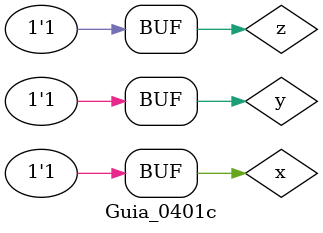
<source format=v>
/*
 Guia_0401c.v - v0.0. - 27 / 08 / 2022
 Autor    : Gabriel Vargas Bento de Souza
 Matricula: 778023
 */

/* TRUTH TABLE */

// (x.y')'.z

/**
 expression: y'
 */
module fxy1 (output s,
            input  x, y, z);
   assign s = ~y;
endmodule // fxy1

/**
 expression: x.y' 
 */
module fxy2 (output s,
            input  x, y, z);
   assign s = x & ~y;
endmodule // fxy2

/**
 expression: (x.y')'
 */
module fxy3 (output s,
            input  x, y, z);
   assign s = ~(x & ~y);
endmodule // fxy3

/**
 expression: (x.y')'.z
 */
module fxy4 (output s,
            input  x, y, z);
   assign s = ~(x & ~y) & z;
endmodule // fxy4

/**
  Guia_0401c.v
 */
module Guia_0401c;
   reg  x, y, z;
   wire s1, s2, s3, s4;
   
   // instancias
   fxy1 FXY1 (s1, x, y, z);
   fxy2 FXY2 (s2, x, y, z);
   fxy3 FXY3 (s3, x, y, z);
   fxy4 FXY4 (s4, x, y, z);
   
   // valores iniciais
   initial begin: start
      x=1'bx; y=1'bx; z=1'bx; // indefinidos
   end

   // parte principal
   initial begin: main
      // identificacao
       $display("Gabriel Vargas Bento de Souza - 778023");
       $display("Test boolean expression");
       $display("\n01.c) (x.y')'.z\n");

       // monitoramento
       $display(" x  y  z   y'  x.y'  (x.y')'  (x.y')'.z ");
       $monitor("%2b %2b %2b %3b %3b %7b %9b", x, y, z, s1, s2, s3, s4);

       // sinalizacao
       #1 x=0; y=0; z=0;
       #1 x=0; y=0; z=1;
       #1 x=0; y=1; z=0;
       #1 x=0; y=1; z=1;
       #1 x=1; y=0; z=0;
       #1 x=1; y=0; z=1;
       #1 x=1; y=1; z=0;
       #1 x=1; y=1; z=1;
   end
endmodule // Guia_0401c

</source>
